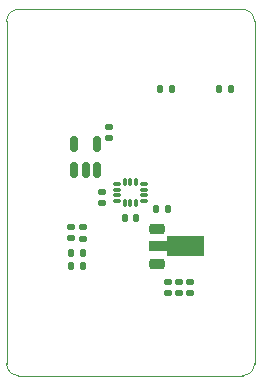
<source format=gbr>
%TF.GenerationSoftware,KiCad,Pcbnew,9.0.3-9.0.3-0~ubuntu24.04.1*%
%TF.CreationDate,2025-12-07T16:55:59+01:00*%
%TF.ProjectId,ant control board v2,616e7420-636f-46e7-9472-6f6c20626f61,2.1*%
%TF.SameCoordinates,Original*%
%TF.FileFunction,Paste,Bot*%
%TF.FilePolarity,Positive*%
%FSLAX46Y46*%
G04 Gerber Fmt 4.6, Leading zero omitted, Abs format (unit mm)*
G04 Created by KiCad (PCBNEW 9.0.3-9.0.3-0~ubuntu24.04.1) date 2025-12-07 16:55:59*
%MOMM*%
%LPD*%
G01*
G04 APERTURE LIST*
G04 Aperture macros list*
%AMRoundRect*
0 Rectangle with rounded corners*
0 $1 Rounding radius*
0 $2 $3 $4 $5 $6 $7 $8 $9 X,Y pos of 4 corners*
0 Add a 4 corners polygon primitive as box body*
4,1,4,$2,$3,$4,$5,$6,$7,$8,$9,$2,$3,0*
0 Add four circle primitives for the rounded corners*
1,1,$1+$1,$2,$3*
1,1,$1+$1,$4,$5*
1,1,$1+$1,$6,$7*
1,1,$1+$1,$8,$9*
0 Add four rect primitives between the rounded corners*
20,1,$1+$1,$2,$3,$4,$5,0*
20,1,$1+$1,$4,$5,$6,$7,0*
20,1,$1+$1,$6,$7,$8,$9,0*
20,1,$1+$1,$8,$9,$2,$3,0*%
%AMFreePoly0*
4,1,9,3.862500,-0.866500,0.737500,-0.866500,0.737500,-0.450000,-0.737500,-0.450000,-0.737500,0.450000,0.737500,0.450000,0.737500,0.866500,3.862500,0.866500,3.862500,-0.866500,3.862500,-0.866500,$1*%
G04 Aperture macros list end*
%ADD10RoundRect,0.135000X0.185000X-0.135000X0.185000X0.135000X-0.185000X0.135000X-0.185000X-0.135000X0*%
%ADD11RoundRect,0.135000X0.135000X0.185000X-0.135000X0.185000X-0.135000X-0.185000X0.135000X-0.185000X0*%
%ADD12RoundRect,0.135000X-0.135000X-0.185000X0.135000X-0.185000X0.135000X0.185000X-0.135000X0.185000X0*%
%ADD13RoundRect,0.150000X0.150000X-0.512500X0.150000X0.512500X-0.150000X0.512500X-0.150000X-0.512500X0*%
%ADD14RoundRect,0.140000X0.140000X0.170000X-0.140000X0.170000X-0.140000X-0.170000X0.140000X-0.170000X0*%
%ADD15RoundRect,0.225000X-0.425000X-0.225000X0.425000X-0.225000X0.425000X0.225000X-0.425000X0.225000X0*%
%ADD16FreePoly0,0.000000*%
%ADD17RoundRect,0.087500X0.225000X0.087500X-0.225000X0.087500X-0.225000X-0.087500X0.225000X-0.087500X0*%
%ADD18RoundRect,0.087500X0.087500X0.225000X-0.087500X0.225000X-0.087500X-0.225000X0.087500X-0.225000X0*%
%ADD19RoundRect,0.140000X-0.170000X0.140000X-0.170000X-0.140000X0.170000X-0.140000X0.170000X0.140000X0*%
%ADD20RoundRect,0.140000X-0.140000X-0.170000X0.140000X-0.170000X0.140000X0.170000X-0.140000X0.170000X0*%
%ADD21RoundRect,0.140000X0.170000X-0.140000X0.170000X0.140000X-0.170000X0.140000X-0.170000X-0.140000X0*%
%TA.AperFunction,Profile*%
%ADD22C,0.050000*%
%TD*%
G04 APERTURE END LIST*
D10*
%TO.C,R5*%
X105490000Y-129410000D03*
X105490000Y-128390000D03*
%TD*%
D11*
%TO.C,R4*%
X105500000Y-130600000D03*
X104480000Y-130600000D03*
%TD*%
D12*
%TO.C,R3*%
X104480000Y-131700000D03*
X105500000Y-131700000D03*
%TD*%
D13*
%TO.C,U8*%
X106653000Y-123637500D03*
X105703000Y-123637500D03*
X104753000Y-123637500D03*
X104753000Y-121362500D03*
X106653000Y-121362500D03*
%TD*%
D11*
%TO.C,R1*%
X113030000Y-116750000D03*
X112010000Y-116750000D03*
%TD*%
D14*
%TO.C,C10*%
X109970000Y-127700000D03*
X109010000Y-127700000D03*
%TD*%
D15*
%TO.C,U1*%
X111740000Y-131562500D03*
D16*
X111827500Y-130062500D03*
D15*
X111740000Y-128562500D03*
%TD*%
D17*
%TO.C,U5*%
X110652500Y-124750000D03*
X110652500Y-125250000D03*
X110652500Y-125750000D03*
X110652500Y-126250000D03*
D18*
X109990000Y-126412500D03*
X109490000Y-126412500D03*
X108990000Y-126412500D03*
D17*
X108327500Y-126250000D03*
X108327500Y-125750000D03*
X108327500Y-125250000D03*
X108327500Y-124750000D03*
D18*
X108990000Y-124587500D03*
X109490000Y-124587500D03*
X109990000Y-124587500D03*
%TD*%
D19*
%TO.C,C19*%
X107703000Y-119957000D03*
X107703000Y-120917000D03*
%TD*%
%TO.C,C3*%
X112670000Y-133070000D03*
X112670000Y-134030000D03*
%TD*%
D12*
%TO.C,R2*%
X117010000Y-116750000D03*
X118030000Y-116750000D03*
%TD*%
D19*
%TO.C,C2*%
X113620000Y-133070000D03*
X113620000Y-134030000D03*
%TD*%
D20*
%TO.C,C4*%
X111690000Y-126900000D03*
X112650000Y-126900000D03*
%TD*%
D21*
%TO.C,C8*%
X104490000Y-129380000D03*
X104490000Y-128420000D03*
%TD*%
D19*
%TO.C,C1*%
X114570000Y-133070000D03*
X114570000Y-134030000D03*
%TD*%
D21*
%TO.C,C9*%
X107090000Y-126380000D03*
X107090000Y-125420000D03*
%TD*%
D22*
X119000000Y-110000000D02*
X100000000Y-110000000D01*
X99000000Y-111000000D02*
G75*
G02*
X100000000Y-110000000I1000000J0D01*
G01*
X120000000Y-140000000D02*
X120000000Y-111000000D01*
X100000000Y-141000000D02*
X119000000Y-141000000D01*
X99000000Y-111000000D02*
X99000000Y-140000000D01*
X120000000Y-140000000D02*
G75*
G02*
X119000000Y-141000000I-1000000J0D01*
G01*
X100000000Y-141000000D02*
G75*
G02*
X99000000Y-140000000I0J1000000D01*
G01*
X119000000Y-110000000D02*
G75*
G02*
X120000000Y-111000000I0J-1000000D01*
G01*
M02*

</source>
